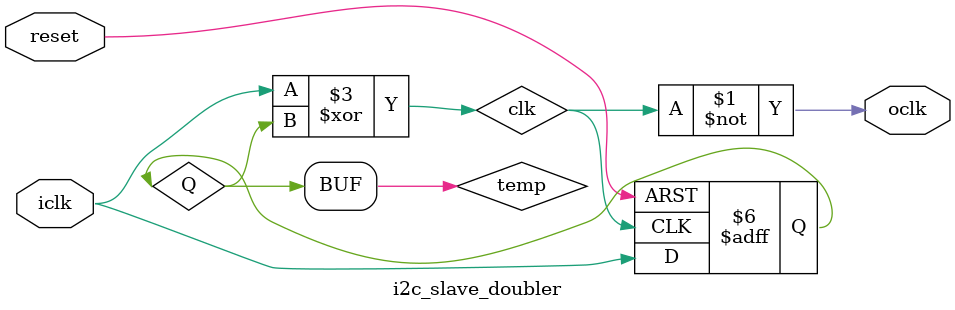
<source format=v>
`timescale 1ns / 1ps


module i2c_slave_doubler #(parameter delay = 625)(
    output oclk,
    input iclk,
    input reset
    );

    reg Q; 
    reg clk;
    reg temp;
    
    assign oclk = ~clk;
    
    always@ (*) begin 
            clk = iclk ^ temp;
    end
    
    always@(*) begin
            #(delay) temp = Q;
    end
    
    always@(posedge clk, posedge reset) begin
        if (reset) begin
            Q <= 0;
        end
        else begin
            Q <= iclk;
        end
    end
 endmodule
</source>
